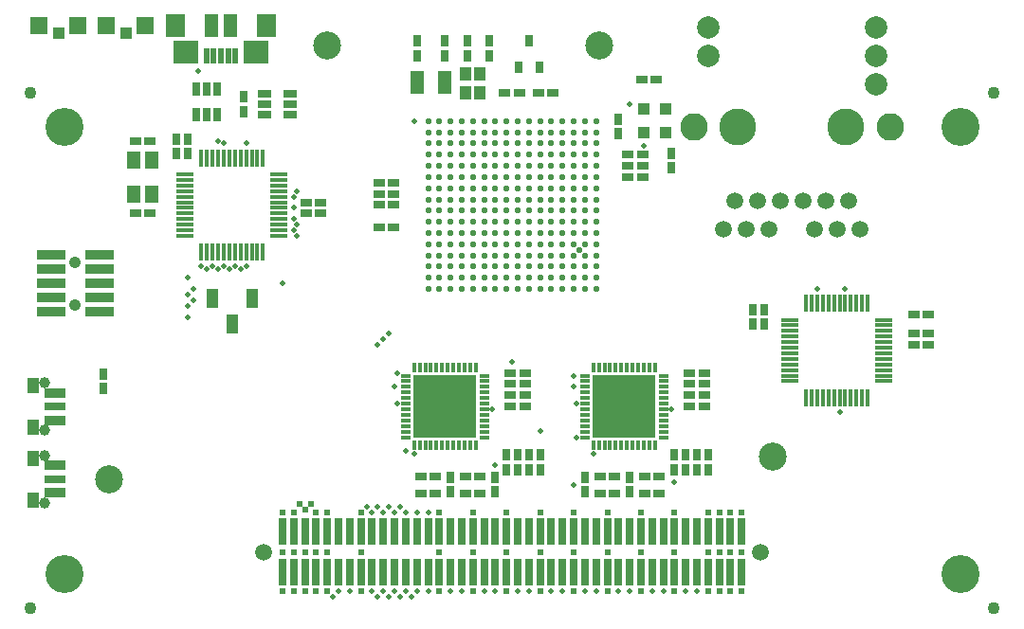
<source format=gts>
G75*
G70*
%OFA0B0*%
%FSLAX24Y24*%
%IPPOS*%
%LPD*%
%AMOC8*
5,1,8,0,0,1.08239X$1,22.5*
%
%ADD10C,0.0217*%
%ADD11R,0.0276X0.0946*%
%ADD12C,0.0591*%
%ADD13R,0.1040X0.0340*%
%ADD14C,0.0410*%
%ADD15R,0.0631X0.0158*%
%ADD16R,0.0158X0.0631*%
%ADD17R,0.0355X0.0158*%
%ADD18R,0.0158X0.0355*%
%ADD19R,0.2245X0.2245*%
%ADD20R,0.0197X0.0571*%
%ADD21R,0.0670X0.0788*%
%ADD22R,0.0867X0.0827*%
%ADD23R,0.0512X0.0788*%
%ADD24R,0.0276X0.0512*%
%ADD25R,0.0434X0.0394*%
%ADD26R,0.0473X0.0788*%
%ADD27R,0.0316X0.0394*%
%ADD28R,0.0394X0.0316*%
%ADD29R,0.0257X0.0434*%
%ADD30R,0.0493X0.0591*%
%ADD31R,0.0512X0.0276*%
%ADD32C,0.0970*%
%ADD33C,0.0790*%
%ADD34C,0.0590*%
%ADD35C,0.1300*%
%ADD36R,0.0631X0.0631*%
%ADD37R,0.0394X0.0394*%
%ADD38C,0.1339*%
%ADD39C,0.0434*%
%ADD40R,0.0434X0.0670*%
%ADD41R,0.0434X0.0512*%
%ADD42R,0.0749X0.0335*%
%ADD43R,0.0749X0.0276*%
%ADD44R,0.0394X0.0552*%
%ADD45C,0.0394*%
%ADD46C,0.0985*%
%ADD47C,0.0240*%
%ADD48C,0.0200*%
%ADD49C,0.0210*%
D10*
X015671Y012915D03*
X016065Y012915D03*
X016458Y012915D03*
X016852Y012915D03*
X017246Y012915D03*
X017639Y012915D03*
X018033Y012915D03*
X018427Y012915D03*
X018820Y012915D03*
X019214Y012915D03*
X019608Y012915D03*
X020002Y012915D03*
X020395Y012915D03*
X020789Y012915D03*
X021183Y012915D03*
X021576Y012915D03*
X021576Y013309D03*
X021183Y013309D03*
X021183Y013702D03*
X021576Y013702D03*
X021576Y014096D03*
X021183Y014096D03*
X021183Y014490D03*
X021576Y014490D03*
X021576Y014883D03*
X021183Y014883D03*
X020789Y014883D03*
X020395Y014883D03*
X020002Y014883D03*
X019608Y014883D03*
X019214Y014883D03*
X018820Y014883D03*
X018427Y014883D03*
X018033Y014883D03*
X017639Y014883D03*
X017246Y014883D03*
X016852Y014883D03*
X016458Y014883D03*
X016065Y014883D03*
X015671Y014883D03*
X015671Y014490D03*
X016065Y014490D03*
X016458Y014490D03*
X016458Y014096D03*
X016065Y014096D03*
X015671Y014096D03*
X015671Y013702D03*
X015671Y013309D03*
X016065Y013309D03*
X016458Y013309D03*
X016458Y013702D03*
X016065Y013702D03*
X016852Y013702D03*
X016852Y013309D03*
X017246Y013309D03*
X017246Y013702D03*
X017639Y013702D03*
X017639Y013309D03*
X018033Y013309D03*
X018033Y013702D03*
X018427Y013702D03*
X018427Y013309D03*
X018820Y013309D03*
X018820Y013702D03*
X019214Y013702D03*
X019214Y013309D03*
X019608Y013309D03*
X019608Y013702D03*
X020002Y013702D03*
X020395Y013702D03*
X020395Y013309D03*
X020002Y013309D03*
X020789Y013309D03*
X020789Y013702D03*
X020789Y014096D03*
X020395Y014096D03*
X020002Y014096D03*
X020002Y014490D03*
X020395Y014490D03*
X020789Y014490D03*
X019608Y014490D03*
X019214Y014490D03*
X018820Y014490D03*
X018427Y014490D03*
X018033Y014490D03*
X017639Y014490D03*
X017246Y014490D03*
X017246Y014096D03*
X017639Y014096D03*
X018033Y014096D03*
X018427Y014096D03*
X018820Y014096D03*
X019214Y014096D03*
X019608Y014096D03*
X019608Y015277D03*
X020002Y015277D03*
X020395Y015277D03*
X020395Y015671D03*
X020002Y015671D03*
X019608Y015671D03*
X019214Y015671D03*
X018820Y015671D03*
X018427Y015671D03*
X018427Y015277D03*
X018820Y015277D03*
X019214Y015277D03*
X019214Y016065D03*
X019214Y016458D03*
X018820Y016458D03*
X018427Y016458D03*
X018427Y016065D03*
X018820Y016065D03*
X018033Y016065D03*
X018033Y016458D03*
X017639Y016458D03*
X017246Y016458D03*
X017246Y016065D03*
X017639Y016065D03*
X017639Y015671D03*
X017246Y015671D03*
X017246Y015277D03*
X017639Y015277D03*
X018033Y015277D03*
X018033Y015671D03*
X016852Y015671D03*
X016458Y015671D03*
X016065Y015671D03*
X016065Y015277D03*
X016458Y015277D03*
X016852Y015277D03*
X016852Y016065D03*
X016852Y016458D03*
X016458Y016458D03*
X016458Y016065D03*
X016065Y016065D03*
X016065Y016458D03*
X015671Y016458D03*
X015671Y016065D03*
X015671Y015671D03*
X015671Y015277D03*
X016852Y014490D03*
X016852Y014096D03*
X019608Y016065D03*
X019608Y016458D03*
X020002Y016458D03*
X020395Y016458D03*
X020395Y016065D03*
X020002Y016065D03*
X020789Y016065D03*
X020789Y016458D03*
X021183Y016458D03*
X021576Y016458D03*
X021576Y016065D03*
X021183Y016065D03*
X021183Y015671D03*
X021576Y015671D03*
X021576Y015277D03*
X021183Y015277D03*
X020789Y015277D03*
X020789Y015671D03*
X020789Y016852D03*
X021183Y016852D03*
X021576Y016852D03*
X021576Y017246D03*
X021183Y017246D03*
X021183Y017639D03*
X021576Y017639D03*
X021576Y018033D03*
X021183Y018033D03*
X021183Y018427D03*
X021576Y018427D03*
X021576Y018820D03*
X021183Y018820D03*
X020789Y018820D03*
X020395Y018820D03*
X020002Y018820D03*
X019608Y018820D03*
X019214Y018820D03*
X018820Y018820D03*
X018427Y018820D03*
X018033Y018820D03*
X017639Y018820D03*
X017246Y018820D03*
X016852Y018820D03*
X016458Y018820D03*
X016065Y018820D03*
X015671Y018820D03*
X015671Y018427D03*
X016065Y018427D03*
X016458Y018427D03*
X016458Y018033D03*
X016065Y018033D03*
X015671Y018033D03*
X015671Y017639D03*
X015671Y017246D03*
X016065Y017246D03*
X016458Y017246D03*
X016458Y017639D03*
X016065Y017639D03*
X016852Y017639D03*
X016852Y017246D03*
X017246Y017246D03*
X017246Y017639D03*
X017639Y017639D03*
X017639Y017246D03*
X018033Y017246D03*
X018033Y017639D03*
X018427Y017639D03*
X018427Y017246D03*
X018820Y017246D03*
X018820Y017639D03*
X019214Y017639D03*
X019214Y017246D03*
X019608Y017246D03*
X019608Y017639D03*
X020002Y017639D03*
X020395Y017639D03*
X020395Y017246D03*
X020002Y017246D03*
X020002Y016852D03*
X020395Y016852D03*
X020789Y017246D03*
X020789Y017639D03*
X020789Y018033D03*
X020395Y018033D03*
X020002Y018033D03*
X020002Y018427D03*
X020395Y018427D03*
X020789Y018427D03*
X019608Y018427D03*
X019214Y018427D03*
X018820Y018427D03*
X018427Y018427D03*
X018427Y018033D03*
X018820Y018033D03*
X019214Y018033D03*
X019608Y018033D03*
X018033Y018033D03*
X017639Y018033D03*
X017246Y018033D03*
X017246Y018427D03*
X017639Y018427D03*
X018033Y018427D03*
X016852Y018427D03*
X016852Y018033D03*
X016852Y016852D03*
X017246Y016852D03*
X017639Y016852D03*
X018033Y016852D03*
X018427Y016852D03*
X018820Y016852D03*
X019214Y016852D03*
X019608Y016852D03*
X016458Y016852D03*
X016065Y016852D03*
X015671Y016852D03*
D11*
X015671Y004391D03*
X016065Y004391D03*
X016458Y004391D03*
X016852Y004391D03*
X017246Y004391D03*
X017639Y004391D03*
X018033Y004391D03*
X018427Y004391D03*
X018820Y004391D03*
X019214Y004391D03*
X019608Y004391D03*
X020002Y004391D03*
X020395Y004391D03*
X020789Y004391D03*
X021183Y004391D03*
X021576Y004391D03*
X021970Y004391D03*
X022364Y004391D03*
X022757Y004391D03*
X023151Y004391D03*
X023545Y004391D03*
X023939Y004391D03*
X024332Y004391D03*
X024726Y004391D03*
X025120Y004391D03*
X025513Y004391D03*
X025907Y004391D03*
X026301Y004391D03*
X026694Y004391D03*
X026694Y002935D03*
X026301Y002935D03*
X025907Y002935D03*
X025513Y002935D03*
X025120Y002935D03*
X024726Y002935D03*
X024332Y002935D03*
X023939Y002935D03*
X023545Y002935D03*
X023151Y002935D03*
X022757Y002935D03*
X022364Y002935D03*
X021970Y002935D03*
X021576Y002935D03*
X021183Y002935D03*
X020789Y002935D03*
X020395Y002935D03*
X020002Y002935D03*
X019608Y002935D03*
X019214Y002935D03*
X018820Y002935D03*
X018427Y002935D03*
X018033Y002935D03*
X017639Y002935D03*
X017246Y002935D03*
X016852Y002935D03*
X016458Y002935D03*
X016065Y002935D03*
X015671Y002935D03*
X015277Y002935D03*
X014883Y002935D03*
X014490Y002935D03*
X014096Y002935D03*
X013702Y002935D03*
X013309Y002935D03*
X012915Y002935D03*
X012521Y002935D03*
X012128Y002935D03*
X011734Y002935D03*
X011340Y002935D03*
X010946Y002935D03*
X010553Y002935D03*
X010553Y004391D03*
X010946Y004391D03*
X011340Y004391D03*
X011734Y004391D03*
X012128Y004391D03*
X012521Y004391D03*
X012915Y004391D03*
X013309Y004391D03*
X013702Y004391D03*
X014096Y004391D03*
X014490Y004391D03*
X014883Y004391D03*
X015277Y004391D03*
D12*
X009883Y003663D03*
X009883Y003663D03*
X027364Y003663D03*
X027364Y003663D03*
D13*
X004104Y012112D03*
X004104Y012612D03*
X004104Y013112D03*
X004104Y013612D03*
X004104Y014112D03*
X002434Y014112D03*
X002434Y013612D03*
X002434Y013112D03*
X002434Y012612D03*
X002434Y012112D03*
D14*
X003269Y012362D03*
X003269Y013862D03*
D15*
X007128Y014785D03*
X007128Y014982D03*
X007128Y015179D03*
X007128Y015376D03*
X007128Y015572D03*
X007128Y015769D03*
X007128Y015966D03*
X007128Y016163D03*
X007128Y016360D03*
X007128Y016557D03*
X007128Y016754D03*
X007128Y016950D03*
X010435Y016950D03*
X010435Y016754D03*
X010435Y016557D03*
X010435Y016360D03*
X010435Y016163D03*
X010435Y015966D03*
X010435Y015769D03*
X010435Y015572D03*
X010435Y015376D03*
X010435Y015179D03*
X010435Y014982D03*
X010435Y014785D03*
X028387Y011832D03*
X028387Y011635D03*
X028387Y011439D03*
X028387Y011242D03*
X028387Y011045D03*
X028387Y010848D03*
X028387Y010651D03*
X028387Y010454D03*
X028387Y010257D03*
X028387Y010061D03*
X028387Y009864D03*
X028387Y009667D03*
X031694Y009667D03*
X031694Y009864D03*
X031694Y010061D03*
X031694Y010257D03*
X031694Y010454D03*
X031694Y010651D03*
X031694Y010848D03*
X031694Y011045D03*
X031694Y011242D03*
X031694Y011439D03*
X031694Y011635D03*
X031694Y011832D03*
D16*
X031124Y012403D03*
X030927Y012403D03*
X030730Y012403D03*
X030533Y012403D03*
X030336Y012403D03*
X030139Y012403D03*
X029943Y012403D03*
X029746Y012403D03*
X029549Y012403D03*
X029352Y012403D03*
X029155Y012403D03*
X028958Y012403D03*
X028958Y009096D03*
X029155Y009096D03*
X029352Y009096D03*
X029549Y009096D03*
X029746Y009096D03*
X029943Y009096D03*
X030139Y009096D03*
X030336Y009096D03*
X030533Y009096D03*
X030730Y009096D03*
X030927Y009096D03*
X031124Y009096D03*
X009864Y014214D03*
X009667Y014214D03*
X009470Y014214D03*
X009273Y014214D03*
X009076Y014214D03*
X008880Y014214D03*
X008683Y014214D03*
X008486Y014214D03*
X008289Y014214D03*
X008092Y014214D03*
X007895Y014214D03*
X007698Y014214D03*
X007698Y017521D03*
X007895Y017521D03*
X008092Y017521D03*
X008289Y017521D03*
X008486Y017521D03*
X008683Y017521D03*
X008880Y017521D03*
X009076Y017521D03*
X009273Y017521D03*
X009470Y017521D03*
X009667Y017521D03*
X009864Y017521D03*
D17*
X014883Y009864D03*
X014883Y009667D03*
X014883Y009470D03*
X014883Y009273D03*
X014883Y009076D03*
X014883Y008880D03*
X014883Y008683D03*
X014883Y008486D03*
X014883Y008289D03*
X014883Y008092D03*
X014883Y007895D03*
X014883Y007698D03*
X017639Y007698D03*
X017639Y007895D03*
X017639Y008092D03*
X017639Y008289D03*
X017639Y008486D03*
X017639Y008683D03*
X017639Y008880D03*
X017639Y009076D03*
X017639Y009273D03*
X017639Y009470D03*
X017639Y009667D03*
X017639Y009864D03*
X021183Y009864D03*
X021183Y009667D03*
X021183Y009470D03*
X021183Y009273D03*
X021183Y009076D03*
X021183Y008880D03*
X021183Y008683D03*
X021183Y008486D03*
X021183Y008289D03*
X021183Y008092D03*
X021183Y007895D03*
X021183Y007698D03*
X023939Y007698D03*
X023939Y007895D03*
X023939Y008092D03*
X023939Y008289D03*
X023939Y008486D03*
X023939Y008683D03*
X023939Y008880D03*
X023939Y009076D03*
X023939Y009273D03*
X023939Y009470D03*
X023939Y009667D03*
X023939Y009864D03*
D18*
X023643Y010159D03*
X023446Y010159D03*
X023250Y010159D03*
X023053Y010159D03*
X022856Y010159D03*
X022659Y010159D03*
X022462Y010159D03*
X022265Y010159D03*
X022069Y010159D03*
X021872Y010159D03*
X021675Y010159D03*
X021478Y010159D03*
X021478Y007403D03*
X021675Y007403D03*
X021872Y007403D03*
X022069Y007403D03*
X022265Y007403D03*
X022462Y007403D03*
X022659Y007403D03*
X022856Y007403D03*
X023053Y007403D03*
X023250Y007403D03*
X023446Y007403D03*
X023643Y007403D03*
X017344Y007403D03*
X017147Y007403D03*
X016950Y007403D03*
X016754Y007403D03*
X016557Y007403D03*
X016360Y007403D03*
X016163Y007403D03*
X015966Y007403D03*
X015769Y007403D03*
X015572Y007403D03*
X015376Y007403D03*
X015179Y007403D03*
X015179Y010159D03*
X015376Y010159D03*
X015572Y010159D03*
X015769Y010159D03*
X015966Y010159D03*
X016163Y010159D03*
X016360Y010159D03*
X016557Y010159D03*
X016754Y010159D03*
X016950Y010159D03*
X017147Y010159D03*
X017344Y010159D03*
D19*
X016261Y008781D03*
X022561Y008781D03*
D20*
X008899Y021114D03*
X008643Y021114D03*
X008387Y021114D03*
X008131Y021114D03*
X007876Y021114D03*
D21*
X006773Y022167D03*
X010002Y022167D03*
D22*
X009608Y021242D03*
X007167Y021242D03*
D23*
X008053Y022167D03*
X008722Y022167D03*
D24*
X008269Y019962D03*
X007895Y019962D03*
X007521Y019962D03*
X007521Y019057D03*
X007895Y019057D03*
X008269Y019057D03*
D25*
X023269Y019234D03*
X024017Y019234D03*
X024017Y018407D03*
X023269Y018407D03*
D26*
X016261Y020198D03*
X015277Y020198D03*
D27*
X015277Y021124D03*
X015277Y021635D03*
X016261Y021635D03*
X016261Y021124D03*
X017049Y021124D03*
X017049Y021635D03*
X017836Y021635D03*
X017836Y021124D03*
X022364Y018880D03*
X022364Y018368D03*
X024234Y017698D03*
X024234Y017187D03*
X027088Y012187D03*
X027482Y012187D03*
X027482Y011675D03*
X027088Y011675D03*
X025513Y007069D03*
X025120Y007069D03*
X024726Y007069D03*
X024332Y007069D03*
X024332Y006557D03*
X024726Y006557D03*
X025120Y006557D03*
X025513Y006557D03*
X022757Y006281D03*
X022757Y005769D03*
X021183Y005769D03*
X021183Y006281D03*
X019608Y006557D03*
X019214Y006557D03*
X018820Y006557D03*
X018427Y006557D03*
X018033Y006281D03*
X018033Y005769D03*
X016458Y005769D03*
X016458Y006281D03*
X018427Y007069D03*
X018820Y007069D03*
X019214Y007069D03*
X019608Y007069D03*
X004254Y009411D03*
X004254Y009923D03*
X006813Y017679D03*
X007206Y017679D03*
X007206Y018191D03*
X006813Y018191D03*
X009175Y019155D03*
X009175Y019667D03*
D28*
X005887Y018131D03*
X005376Y018131D03*
X005376Y015572D03*
X005887Y015572D03*
X011380Y015572D03*
X011380Y015966D03*
X011891Y015966D03*
X011891Y015572D03*
X013939Y015868D03*
X014450Y015868D03*
X014450Y016261D03*
X014450Y016655D03*
X013939Y016655D03*
X013939Y016261D03*
X013939Y015080D03*
X014450Y015080D03*
X018368Y019805D03*
X018880Y019805D03*
X019549Y019805D03*
X020061Y019805D03*
X023191Y020297D03*
X023702Y020297D03*
X023210Y017639D03*
X023210Y017246D03*
X023210Y016852D03*
X022698Y016852D03*
X022698Y017246D03*
X022698Y017639D03*
X032738Y012029D03*
X033250Y012029D03*
X033250Y011340D03*
X033250Y010946D03*
X032738Y010946D03*
X032738Y011340D03*
X025376Y009962D03*
X025376Y009569D03*
X025376Y009175D03*
X025376Y008781D03*
X024864Y008781D03*
X024864Y009175D03*
X024864Y009569D03*
X024864Y009962D03*
X023801Y006320D03*
X023289Y006320D03*
X023289Y005730D03*
X023801Y005730D03*
X022226Y005730D03*
X021714Y005730D03*
X021714Y006320D03*
X022226Y006320D03*
X019076Y008781D03*
X019076Y009175D03*
X019076Y009569D03*
X019076Y009962D03*
X018565Y009962D03*
X018565Y009569D03*
X018565Y009175D03*
X018565Y008781D03*
X017502Y006320D03*
X016990Y006320D03*
X016990Y005730D03*
X017502Y005730D03*
X015927Y005730D03*
X015415Y005730D03*
X015415Y006320D03*
X015927Y006320D03*
D29*
X018840Y020730D03*
X019588Y020730D03*
X019214Y021635D03*
D30*
X005946Y017443D03*
X005317Y017443D03*
X005317Y016261D03*
X005946Y016261D03*
D31*
X009903Y019037D03*
X009903Y019411D03*
X009903Y019785D03*
X010809Y019785D03*
X010809Y019411D03*
X010809Y019037D03*
D32*
X025006Y018624D03*
X031926Y018624D03*
D33*
X031426Y020124D03*
X031426Y021124D03*
X031426Y022124D03*
X025506Y022124D03*
X025506Y021124D03*
D34*
X026466Y016024D03*
X027266Y016024D03*
X028066Y016024D03*
X028866Y016024D03*
X029666Y016024D03*
X030466Y016024D03*
X030066Y015024D03*
X029266Y015024D03*
X027666Y015024D03*
X026866Y015024D03*
X026066Y015024D03*
X030866Y015024D03*
D35*
X030366Y018624D03*
X026566Y018624D03*
D36*
X005730Y022167D03*
X004352Y022167D03*
X003368Y022167D03*
X001990Y022167D03*
D37*
X002679Y021911D03*
X005041Y021911D03*
D38*
X002876Y018624D03*
X002876Y002876D03*
X034372Y002876D03*
X034372Y018624D03*
D39*
X001694Y001694D03*
X001694Y019805D03*
X035553Y019805D03*
X035553Y001694D03*
D40*
X009470Y012580D03*
X008781Y011675D03*
X008092Y012580D03*
D41*
X016990Y019805D03*
X017502Y019805D03*
X017502Y020474D03*
X016990Y020474D03*
D42*
X002541Y009263D03*
X002541Y008299D03*
X002541Y006704D03*
X002541Y005740D03*
D43*
X002541Y006222D03*
X002541Y008781D03*
D44*
X001773Y008053D03*
X001773Y006950D03*
X001773Y005494D03*
X001773Y009509D03*
D45*
X002187Y009618D03*
X002187Y007944D03*
X002187Y007059D03*
X002187Y005385D03*
D46*
X004450Y006222D03*
X012128Y021478D03*
X021675Y021478D03*
X027777Y007009D03*
D47*
X026694Y005041D03*
X026301Y005041D03*
X025907Y005041D03*
X025513Y005041D03*
X024332Y005041D03*
X023151Y005041D03*
X021970Y005041D03*
X020789Y005041D03*
X019608Y005041D03*
X018427Y005041D03*
X017246Y005041D03*
X016065Y005041D03*
X016065Y003663D03*
X017246Y003663D03*
X018427Y003663D03*
X019608Y003663D03*
X020789Y003663D03*
X021970Y003663D03*
X023151Y003663D03*
X024332Y003663D03*
X025513Y003663D03*
X025907Y003663D03*
X026301Y003663D03*
X026694Y003663D03*
X026694Y002285D03*
X026301Y002285D03*
X025907Y002285D03*
X025513Y002285D03*
X024332Y002285D03*
X023151Y002285D03*
X021970Y002285D03*
X020789Y002285D03*
X019608Y002285D03*
X018427Y002285D03*
X017246Y002285D03*
X016065Y002285D03*
X013309Y002285D03*
X012128Y002285D03*
X011734Y002285D03*
X011340Y002285D03*
X010946Y002285D03*
X010553Y002285D03*
X010553Y003663D03*
X010946Y003663D03*
X011340Y003663D03*
X011734Y003663D03*
X012128Y003663D03*
X013309Y003663D03*
X013309Y005041D03*
X012128Y005041D03*
X011734Y005041D03*
X011537Y005336D03*
X011340Y005139D03*
X011143Y005336D03*
X010946Y005041D03*
X010553Y005041D03*
D48*
X013506Y005238D03*
X013702Y005041D03*
X013899Y005238D03*
X014096Y005041D03*
X014293Y005238D03*
X014490Y005041D03*
X014687Y005238D03*
X014883Y005041D03*
X015277Y005041D03*
X015671Y005041D03*
X018033Y006714D03*
X019608Y007913D03*
X020887Y007698D03*
X021478Y007108D03*
X020789Y006025D03*
X024332Y006124D03*
X024234Y008683D03*
X020887Y008880D03*
X020789Y009470D03*
X020789Y009864D03*
X018624Y010356D03*
X017935Y008683D03*
X015179Y007108D03*
X014883Y007206D03*
X014588Y008880D03*
X014490Y009470D03*
X014588Y009962D03*
X013899Y010946D03*
X014096Y011143D03*
X014293Y011340D03*
X010553Y013112D03*
X009273Y013702D03*
X009076Y013604D03*
X008880Y013702D03*
X008683Y013604D03*
X008486Y013702D03*
X008289Y013604D03*
X008092Y013702D03*
X007895Y013604D03*
X007698Y013702D03*
X007206Y013309D03*
X007403Y012915D03*
X007206Y012718D03*
X007403Y012521D03*
X007206Y012324D03*
X007206Y011931D03*
X011045Y014785D03*
X010946Y014982D03*
X011045Y015179D03*
X010946Y015376D03*
X010946Y015769D03*
X010946Y016163D03*
X011045Y016360D03*
X009273Y018033D03*
X008486Y018033D03*
X008289Y018131D03*
X007600Y020592D03*
X015179Y018820D03*
X022757Y019411D03*
X023250Y017935D03*
X029352Y012915D03*
X030336Y012915D03*
X030139Y008584D03*
X025120Y002285D03*
X024726Y002285D03*
X023939Y002285D03*
X023545Y002285D03*
X022757Y002285D03*
X022364Y002285D03*
X021576Y002285D03*
X021183Y002285D03*
X020395Y002285D03*
X020002Y002285D03*
X019214Y002285D03*
X018820Y002285D03*
X018033Y002285D03*
X017639Y002285D03*
X016852Y002285D03*
X016458Y002285D03*
X015671Y002285D03*
X015277Y002285D03*
X015080Y002088D03*
X014883Y002285D03*
X014687Y002088D03*
X014490Y002285D03*
X014293Y002088D03*
X014096Y002285D03*
X013899Y002088D03*
X013702Y002285D03*
X012915Y002285D03*
X012521Y002285D03*
X012324Y002088D03*
D49*
X020986Y014293D03*
M02*

</source>
